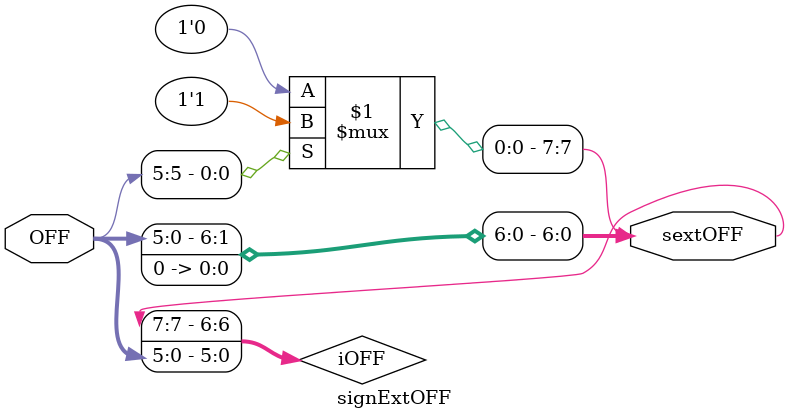
<source format=v>
module signExtOFF(OFF, sextOFF);
	input [5:0] OFF;
	wire [6:0] iOFF;
	output [7:0] sextOFF;
	
	assign iOFF[5:0] = OFF;
	assign iOFF[6] = OFF[5] ? 1'b1 : 1'b0;
	assign sextOFF = {iOFF,1'b0};
	
endmodule
</source>
